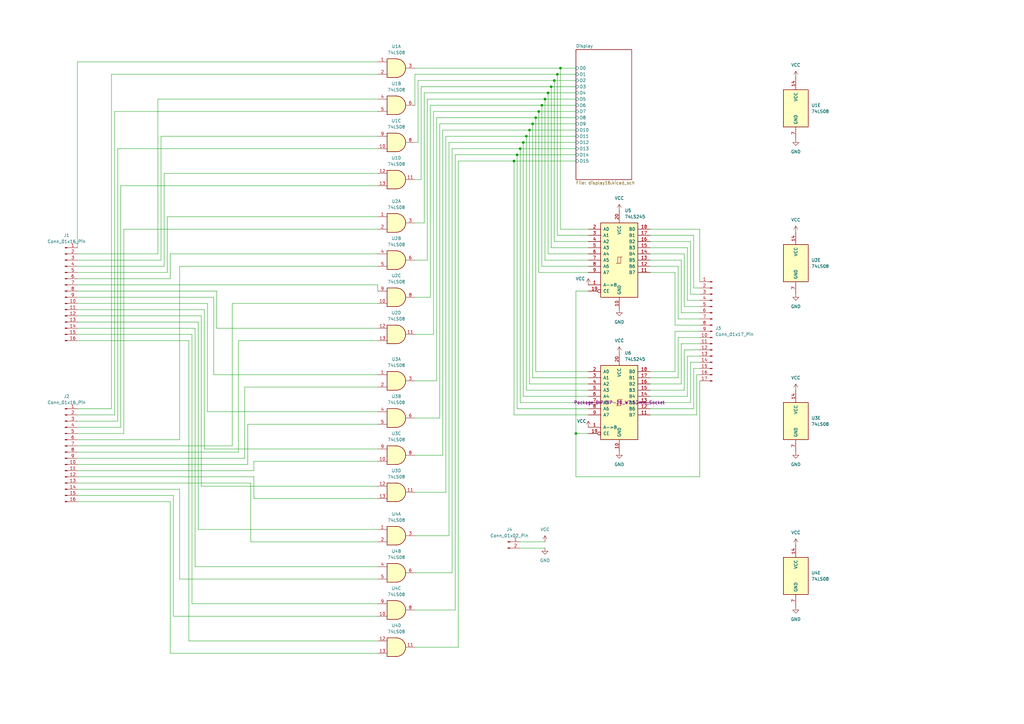
<source format=kicad_sch>
(kicad_sch (version 20231120) (generator "eeschema") (generator_version "8.0")
  (paper "A3")
  (lib_symbols
    (symbol "74xx:74LS08" (pin_names (offset 1.016))
      (property "Reference" "U" (at 0 1.27 0))
      (property "Value" "74LS08" (at 0 -1.27 0))
      (symbol "74LS08_1_1"
        (arc (start 0 -3.81) (mid 3.7934 0) (end 0 3.81) (stroke (width 0.254)) (fill (type background)))
        (polyline (pts (xy 0 3.81) (xy -3.81 3.81) (xy -3.81 -3.81) (xy 0 -3.81)) (stroke (width 0.254)) (fill (type background)))
        (pin input line (at -7.62 2.54 0) (length 3.81) (name "~") (number "1"))
        (pin input line (at -7.62 -2.54 0) (length 3.81) (name "~") (number "2"))
        (pin output line (at 7.62 0 180) (length 3.81) (name "~") (number "3"))
      )
      (symbol "74LS08_1_2"
        (arc (start -3.81 -3.81) (mid -2.589 0) (end -3.81 3.81) (stroke (width 0.254)))
        (arc (start -0.6096 -3.81) (mid 2.1842 -2.5851) (end 3.81 0) (stroke (width 0.254)) (fill (type background)))
        (polyline (pts (xy -3.81 -3.81) (xy -0.635 -3.81)) (stroke (width 0.254)) (fill (type background)))
        (polyline (pts (xy -3.81 3.81) (xy -0.635 3.81)) (stroke (width 0.254)) (fill (type background)))
        (polyline (pts (xy -0.635 3.81) (xy -3.81 3.81) (xy -3.81 3.81) (xy -3.556 3.4036) (xy -3.0226 2.2606) (xy -2.6924 1.0414) (xy -2.6162 -0.254) (xy -2.7686 -1.4986) (xy -3.175 -2.7178) (xy -3.81 -3.81) (xy -3.81 -3.81) (xy -0.635 -3.81)) (stroke (width -25.4)) (fill (type background)))
        (arc (start 3.81 0) (mid 2.1915 2.5936) (end -0.6096 3.81) (stroke (width 0.254)) (fill (type background)))
        (pin input inverted (at -7.62 2.54 0) (length 4.318) (name "~") (number "1"))
        (pin input inverted (at -7.62 -2.54 0) (length 4.318) (name "~") (number "2"))
        (pin output inverted (at 7.62 0 180) (length 3.81) (name "~") (number "3"))
      )
      (symbol "74LS08_2_1"
        (arc (start 0 -3.81) (mid 3.7934 0) (end 0 3.81) (stroke (width 0.254)) (fill (type background)))
        (polyline (pts (xy 0 3.81) (xy -3.81 3.81) (xy -3.81 -3.81) (xy 0 -3.81)) (stroke (width 0.254)) (fill (type background)))
        (pin input line (at -7.62 2.54 0) (length 3.81) (name "~") (number "4"))
        (pin input line (at -7.62 -2.54 0) (length 3.81) (name "~") (number "5"))
        (pin output line (at 7.62 0 180) (length 3.81) (name "~") (number "6"))
      )
      (symbol "74LS08_2_2"
        (arc (start -3.81 -3.81) (mid -2.589 0) (end -3.81 3.81) (stroke (width 0.254)))
        (arc (start -0.6096 -3.81) (mid 2.1842 -2.5851) (end 3.81 0) (stroke (width 0.254)) (fill (type background)))
        (polyline (pts (xy -3.81 -3.81) (xy -0.635 -3.81)) (stroke (width 0.254)) (fill (type background)))
        (polyline (pts (xy -3.81 3.81) (xy -0.635 3.81)) (stroke (width 0.254)) (fill (type background)))
        (polyline (pts (xy -0.635 3.81) (xy -3.81 3.81) (xy -3.81 3.81) (xy -3.556 3.4036) (xy -3.0226 2.2606) (xy -2.6924 1.0414) (xy -2.6162 -0.254) (xy -2.7686 -1.4986) (xy -3.175 -2.7178) (xy -3.81 -3.81) (xy -3.81 -3.81) (xy -0.635 -3.81)) (stroke (width -25.4)) (fill (type background)))
        (arc (start 3.81 0) (mid 2.1915 2.5936) (end -0.6096 3.81) (stroke (width 0.254)) (fill (type background)))
        (pin input inverted (at -7.62 2.54 0) (length 4.318) (name "~") (number "4"))
        (pin input inverted (at -7.62 -2.54 0) (length 4.318) (name "~") (number "5"))
        (pin output inverted (at 7.62 0 180) (length 3.81) (name "~") (number "6"))
      )
      (symbol "74LS08_3_1"
        (arc (start 0 -3.81) (mid 3.7934 0) (end 0 3.81) (stroke (width 0.254)) (fill (type background)))
        (polyline (pts (xy 0 3.81) (xy -3.81 3.81) (xy -3.81 -3.81) (xy 0 -3.81)) (stroke (width 0.254)) (fill (type background)))
        (pin input line (at -7.62 -2.54 0) (length 3.81) (name "~") (number "10"))
        (pin output line (at 7.62 0 180) (length 3.81) (name "~") (number "8"))
        (pin input line (at -7.62 2.54 0) (length 3.81) (name "~") (number "9"))
      )
      (symbol "74LS08_3_2"
        (arc (start -3.81 -3.81) (mid -2.589 0) (end -3.81 3.81) (stroke (width 0.254)))
        (arc (start -0.6096 -3.81) (mid 2.1842 -2.5851) (end 3.81 0) (stroke (width 0.254)) (fill (type background)))
        (polyline (pts (xy -3.81 -3.81) (xy -0.635 -3.81)) (stroke (width 0.254)) (fill (type background)))
        (polyline (pts (xy -3.81 3.81) (xy -0.635 3.81)) (stroke (width 0.254)) (fill (type background)))
        (polyline (pts (xy -0.635 3.81) (xy -3.81 3.81) (xy -3.81 3.81) (xy -3.556 3.4036) (xy -3.0226 2.2606) (xy -2.6924 1.0414) (xy -2.6162 -0.254) (xy -2.7686 -1.4986) (xy -3.175 -2.7178) (xy -3.81 -3.81) (xy -3.81 -3.81) (xy -0.635 -3.81)) (stroke (width -25.4)) (fill (type background)))
        (arc (start 3.81 0) (mid 2.1915 2.5936) (end -0.6096 3.81) (stroke (width 0.254)) (fill (type background)))
        (pin input inverted (at -7.62 -2.54 0) (length 4.318) (name "~") (number "10"))
        (pin output inverted (at 7.62 0 180) (length 3.81) (name "~") (number "8"))
        (pin input inverted (at -7.62 2.54 0) (length 4.318) (name "~") (number "9"))
      )
      (symbol "74LS08_4_1"
        (arc (start 0 -3.81) (mid 3.7934 0) (end 0 3.81) (stroke (width 0.254)) (fill (type background)))
        (polyline (pts (xy 0 3.81) (xy -3.81 3.81) (xy -3.81 -3.81) (xy 0 -3.81)) (stroke (width 0.254)) (fill (type background)))
        (pin output line (at 7.62 0 180) (length 3.81) (name "~") (number "11"))
        (pin input line (at -7.62 2.54 0) (length 3.81) (name "~") (number "12"))
        (pin input line (at -7.62 -2.54 0) (length 3.81) (name "~") (number "13"))
      )
      (symbol "74LS08_4_2"
        (arc (start -3.81 -3.81) (mid -2.589 0) (end -3.81 3.81) (stroke (width 0.254)))
        (arc (start -0.6096 -3.81) (mid 2.1842 -2.5851) (end 3.81 0) (stroke (width 0.254)) (fill (type background)))
        (polyline (pts (xy -3.81 -3.81) (xy -0.635 -3.81)) (stroke (width 0.254)) (fill (type background)))
        (polyline (pts (xy -3.81 3.81) (xy -0.635 3.81)) (stroke (width 0.254)) (fill (type background)))
        (polyline (pts (xy -0.635 3.81) (xy -3.81 3.81) (xy -3.81 3.81) (xy -3.556 3.4036) (xy -3.0226 2.2606) (xy -2.6924 1.0414) (xy -2.6162 -0.254) (xy -2.7686 -1.4986) (xy -3.175 -2.7178) (xy -3.81 -3.81) (xy -3.81 -3.81) (xy -0.635 -3.81)) (stroke (width -25.4)) (fill (type background)))
        (arc (start 3.81 0) (mid 2.1915 2.5936) (end -0.6096 3.81) (stroke (width 0.254)) (fill (type background)))
        (pin output inverted (at 7.62 0 180) (length 3.81) (name "~") (number "11"))
        (pin input inverted (at -7.62 2.54 0) (length 4.318) (name "~") (number "12"))
        (pin input inverted (at -7.62 -2.54 0) (length 4.318) (name "~") (number "13"))
      )
      (symbol "74LS08_5_0"
        (pin power_in line (at 0 12.7 270) (length 5.08) (name "VCC") (number "14"))
        (pin power_in line (at 0 -12.7 90) (length 5.08) (name "GND") (number "7"))
      )
      (symbol "74LS08_5_1"
        (rectangle (start -5.08 7.62) (end 5.08 -7.62) (stroke (width 0.254)) (fill (type background)))
      )
    )
    (symbol "74xx:74LS245" (pin_names (offset 1.016))
      (property "Reference" "U" (at -7.62 16.51 0))
      (property "Value" "74LS245" (at -7.62 -16.51 0))
      (symbol "74LS245_1_0"
        (polyline (pts (xy -0.635 -1.27) (xy -0.635 1.27) (xy 0.635 1.27)))
        (polyline (pts (xy -1.27 -1.27) (xy 0.635 -1.27) (xy 0.635 1.27) (xy 1.27 1.27)))
        (pin input line (at -12.7 -10.16 0) (length 5.08) (name "A->B") (number "1"))
        (pin power_in line (at 0 -20.32 90) (length 5.08) (name "GND") (number "10"))
        (pin tri_state line (at 12.7 -5.08 180) (length 5.08) (name "B7") (number "11"))
        (pin tri_state line (at 12.7 -2.54 180) (length 5.08) (name "B6") (number "12"))
        (pin tri_state line (at 12.7 0 180) (length 5.08) (name "B5") (number "13"))
        (pin tri_state line (at 12.7 2.54 180) (length 5.08) (name "B4") (number "14"))
        (pin tri_state line (at 12.7 5.08 180) (length 5.08) (name "B3") (number "15"))
        (pin tri_state line (at 12.7 7.62 180) (length 5.08) (name "B2") (number "16"))
        (pin tri_state line (at 12.7 10.16 180) (length 5.08) (name "B1") (number "17"))
        (pin tri_state line (at 12.7 12.7 180) (length 5.08) (name "B0") (number "18"))
        (pin input inverted (at -12.7 -12.7 0) (length 5.08) (name "CE") (number "19"))
        (pin tri_state line (at -12.7 12.7 0) (length 5.08) (name "A0") (number "2"))
        (pin power_in line (at 0 20.32 270) (length 5.08) (name "VCC") (number "20"))
        (pin tri_state line (at -12.7 10.16 0) (length 5.08) (name "A1") (number "3"))
        (pin tri_state line (at -12.7 7.62 0) (length 5.08) (name "A2") (number "4"))
        (pin tri_state line (at -12.7 5.08 0) (length 5.08) (name "A3") (number "5"))
        (pin tri_state line (at -12.7 2.54 0) (length 5.08) (name "A4") (number "6"))
        (pin tri_state line (at -12.7 0 0) (length 5.08) (name "A5") (number "7"))
        (pin tri_state line (at -12.7 -2.54 0) (length 5.08) (name "A6") (number "8"))
        (pin tri_state line (at -12.7 -5.08 0) (length 5.08) (name "A7") (number "9"))
      )
      (symbol "74LS245_1_1"
        (rectangle (start -7.62 15.24) (end 7.62 -15.24) (stroke (width 0.254)) (fill (type background)))
      )
    )
    (symbol "Connector:Conn_01x02_Pin" (pin_names (offset 1.016) hide)
      (property "Reference" "J" (at 0 2.54 0))
      (property "Value" "Conn_01x02_Pin" (at 0 -5.08 0))
      (symbol "Conn_01x02_Pin_1_1"
        (polyline (pts (xy 1.27 -2.54) (xy 0.8636 -2.54)) (stroke (width 0.1524)))
        (polyline (pts (xy 1.27 0) (xy 0.8636 0)) (stroke (width 0.1524)))
        (rectangle (start 0.8636 -2.413) (end 0 -2.667) (stroke (width 0.1524)) (fill (type outline)))
        (rectangle (start 0.8636 0.127) (end 0 -0.127) (stroke (width 0.1524)) (fill (type outline)))
        (pin passive line (at 5.08 0 180) (length 3.81) (name "Pin_1") (number "1"))
        (pin passive line (at 5.08 -2.54 180) (length 3.81) (name "Pin_2") (number "2"))
      )
    )
    (symbol "Connector:Conn_01x16_Pin" (pin_names (offset 1.016) hide)
      (property "Reference" "J" (at 0 20.32 0))
      (property "Value" "Conn_01x16_Pin" (at 0 -22.86 0))
      (symbol "Conn_01x16_Pin_1_1"
        (polyline (pts (xy 1.27 -20.32) (xy 0.8636 -20.32)) (stroke (width 0.1524)))
        (polyline (pts (xy 1.27 -17.78) (xy 0.8636 -17.78)) (stroke (width 0.1524)))
        (polyline (pts (xy 1.27 -15.24) (xy 0.8636 -15.24)) (stroke (width 0.1524)))
        (polyline (pts (xy 1.27 -12.7) (xy 0.8636 -12.7)) (stroke (width 0.1524)))
        (polyline (pts (xy 1.27 -10.16) (xy 0.8636 -10.16)) (stroke (width 0.1524)))
        (polyline (pts (xy 1.27 -7.62) (xy 0.8636 -7.62)) (stroke (width 0.1524)))
        (polyline (pts (xy 1.27 -5.08) (xy 0.8636 -5.08)) (stroke (width 0.1524)))
        (polyline (pts (xy 1.27 -2.54) (xy 0.8636 -2.54)) (stroke (width 0.1524)))
        (polyline (pts (xy 1.27 0) (xy 0.8636 0)) (stroke (width 0.1524)))
        (polyline (pts (xy 1.27 2.54) (xy 0.8636 2.54)) (stroke (width 0.1524)))
        (polyline (pts (xy 1.27 5.08) (xy 0.8636 5.08)) (stroke (width 0.1524)))
        (polyline (pts (xy 1.27 7.62) (xy 0.8636 7.62)) (stroke (width 0.1524)))
        (polyline (pts (xy 1.27 10.16) (xy 0.8636 10.16)) (stroke (width 0.1524)))
        (polyline (pts (xy 1.27 12.7) (xy 0.8636 12.7)) (stroke (width 0.1524)))
        (polyline (pts (xy 1.27 15.24) (xy 0.8636 15.24)) (stroke (width 0.1524)))
        (polyline (pts (xy 1.27 17.78) (xy 0.8636 17.78)) (stroke (width 0.1524)))
        (rectangle (start 0.8636 -20.193) (end 0 -20.447) (stroke (width 0.1524)) (fill (type outline)))
        (rectangle (start 0.8636 -17.653) (end 0 -17.907) (stroke (width 0.1524)) (fill (type outline)))
        (rectangle (start 0.8636 -15.113) (end 0 -15.367) (stroke (width 0.1524)) (fill (type outline)))
        (rectangle (start 0.8636 -12.573) (end 0 -12.827) (stroke (width 0.1524)) (fill (type outline)))
        (rectangle (start 0.8636 -10.033) (end 0 -10.287) (stroke (width 0.1524)) (fill (type outline)))
        (rectangle (start 0.8636 -7.493) (end 0 -7.747) (stroke (width 0.1524)) (fill (type outline)))
        (rectangle (start 0.8636 -4.953) (end 0 -5.207) (stroke (width 0.1524)) (fill (type outline)))
        (rectangle (start 0.8636 -2.413) (end 0 -2.667) (stroke (width 0.1524)) (fill (type outline)))
        (rectangle (start 0.8636 0.127) (end 0 -0.127) (stroke (width 0.1524)) (fill (type outline)))
        (rectangle (start 0.8636 2.667) (end 0 2.413) (stroke (width 0.1524)) (fill (type outline)))
        (rectangle (start 0.8636 5.207) (end 0 4.953) (stroke (width 0.1524)) (fill (type outline)))
        (rectangle (start 0.8636 7.747) (end 0 7.493) (stroke (width 0.1524)) (fill (type outline)))
        (rectangle (start 0.8636 10.287) (end 0 10.033) (stroke (width 0.1524)) (fill (type outline)))
        (rectangle (start 0.8636 12.827) (end 0 12.573) (stroke (width 0.1524)) (fill (type outline)))
        (rectangle (start 0.8636 15.367) (end 0 15.113) (stroke (width 0.1524)) (fill (type outline)))
        (rectangle (start 0.8636 17.907) (end 0 17.653) (stroke (width 0.1524)) (fill (type outline)))
        (pin passive line (at 5.08 17.78 180) (length 3.81) (name "Pin_1") (number "1"))
        (pin passive line (at 5.08 -5.08 180) (length 3.81) (name "Pin_10") (number "10"))
        (pin passive line (at 5.08 -7.62 180) (length 3.81) (name "Pin_11") (number "11"))
        (pin passive line (at 5.08 -10.16 180) (length 3.81) (name "Pin_12") (number "12"))
        (pin passive line (at 5.08 -12.7 180) (length 3.81) (name "Pin_13") (number "13"))
        (pin passive line (at 5.08 -15.24 180) (length 3.81) (name "Pin_14") (number "14"))
        (pin passive line (at 5.08 -17.78 180) (length 3.81) (name "Pin_15") (number "15"))
        (pin passive line (at 5.08 -20.32 180) (length 3.81) (name "Pin_16") (number "16"))
        (pin passive line (at 5.08 15.24 180) (length 3.81) (name "Pin_2") (number "2"))
        (pin passive line (at 5.08 12.7 180) (length 3.81) (name "Pin_3") (number "3"))
        (pin passive line (at 5.08 10.16 180) (length 3.81) (name "Pin_4") (number "4"))
        (pin passive line (at 5.08 7.62 180) (length 3.81) (name "Pin_5") (number "5"))
        (pin passive line (at 5.08 5.08 180) (length 3.81) (name "Pin_6") (number "6"))
        (pin passive line (at 5.08 2.54 180) (length 3.81) (name "Pin_7") (number "7"))
        (pin passive line (at 5.08 0 180) (length 3.81) (name "Pin_8") (number "8"))
        (pin passive line (at 5.08 -2.54 180) (length 3.81) (name "Pin_9") (number "9"))
      )
    )
    (symbol "Connector:Conn_01x17_Pin" (pin_names (offset 1.016) hide)
      (property "Reference" "J" (at 0 22.86 0))
      (property "Value" "Conn_01x17_Pin" (at 0 -22.86 0))
      (symbol "Conn_01x17_Pin_1_1"
        (polyline (pts (xy 1.27 -20.32) (xy 0.8636 -20.32)) (stroke (width 0.1524)))
        (polyline (pts (xy 1.27 -17.78) (xy 0.8636 -17.78)) (stroke (width 0.1524)))
        (polyline (pts (xy 1.27 -15.24) (xy 0.8636 -15.24)) (stroke (width 0.1524)))
        (polyline (pts (xy 1.27 -12.7) (xy 0.8636 -12.7)) (stroke (width 0.1524)))
        (polyline (pts (xy 1.27 -10.16) (xy 0.8636 -10.16)) (stroke (width 0.1524)))
        (polyline (pts (xy 1.27 -7.62) (xy 0.8636 -7.62)) (stroke (width 0.1524)))
        (polyline (pts (xy 1.27 -5.08) (xy 0.8636 -5.08)) (stroke (width 0.1524)))
        (polyline (pts (xy 1.27 -2.54) (xy 0.8636 -2.54)) (stroke (width 0.1524)))
        (polyline (pts (xy 1.27 0) (xy 0.8636 0)) (stroke (width 0.1524)))
        (polyline (pts (xy 1.27 2.54) (xy 0.8636 2.54)) (stroke (width 0.1524)))
        (polyline (pts (xy 1.27 5.08) (xy 0.8636 5.08)) (stroke (width 0.1524)))
        (polyline (pts (xy 1.27 7.62) (xy 0.8636 7.62)) (stroke (width 0.1524)))
        (polyline (pts (xy 1.27 10.16) (xy 0.8636 10.16)) (stroke (width 0.1524)))
        (polyline (pts (xy 1.27 12.7) (xy 0.8636 12.7)) (stroke (width 0.1524)))
        (polyline (pts (xy 1.27 15.24) (xy 0.8636 15.24)) (stroke (width 0.1524)))
        (polyline (pts (xy 1.27 17.78) (xy 0.8636 17.78)) (stroke (width 0.1524)))
        (polyline (pts (xy 1.27 20.32) (xy 0.8636 20.32)) (stroke (width 0.1524)))
        (rectangle (start 0.8636 -20.193) (end 0 -20.447) (stroke (width 0.1524)) (fill (type outline)))
        (rectangle (start 0.8636 -17.653) (end 0 -17.907) (stroke (width 0.1524)) (fill (type outline)))
        (rectangle (start 0.8636 -15.113) (end 0 -15.367) (stroke (width 0.1524)) (fill (type outline)))
        (rectangle (start 0.8636 -12.573) (end 0 -12.827) (stroke (width 0.1524)) (fill (type outline)))
        (rectangle (start 0.8636 -10.033) (end 0 -10.287) (stroke (width 0.1524)) (fill (type outline)))
        (rectangle (start 0.8636 -7.493) (end 0 -7.747) (stroke (width 0.1524)) (fill (type outline)))
        (rectangle (start 0.8636 -4.953) (end 0 -5.207) (stroke (width 0.1524)) (fill (type outline)))
        (rectangle (start 0.8636 -2.413) (end 0 -2.667) (stroke (width 0.1524)) (fill (type outline)))
        (rectangle (start 0.8636 0.127) (end 0 -0.127) (stroke (width 0.1524)) (fill (type outline)))
        (rectangle (start 0.8636 2.667) (end 0 2.413) (stroke (width 0.1524)) (fill (type outline)))
        (rectangle (start 0.8636 5.207) (end 0 4.953) (stroke (width 0.1524)) (fill (type outline)))
        (rectangle (start 0.8636 7.747) (end 0 7.493) (stroke (width 0.1524)) (fill (type outline)))
        (rectangle (start 0.8636 10.287) (end 0 10.033) (stroke (width 0.1524)) (fill (type outline)))
        (rectangle (start 0.8636 12.827) (end 0 12.573) (stroke (width 0.1524)) (fill (type outline)))
        (rectangle (start 0.8636 15.367) (end 0 15.113) (stroke (width 0.1524)) (fill (type outline)))
        (rectangle (start 0.8636 17.907) (end 0 17.653) (stroke (width 0.1524)) (fill (type outline)))
        (rectangle (start 0.8636 20.447) (end 0 20.193) (stroke (width 0.1524)) (fill (type outline)))
        (pin passive line (at 5.08 20.32 180) (length 3.81) (name "Pin_1") (number "1"))
        (pin passive line (at 5.08 -2.54 180) (length 3.81) (name "Pin_10") (number "10"))
        (pin passive line (at 5.08 -5.08 180) (length 3.81) (name "Pin_11") (number "11"))
        (pin passive line (at 5.08 -7.62 180) (length 3.81) (name "Pin_12") (number "12"))
        (pin passive line (at 5.08 -10.16 180) (length 3.81) (name "Pin_13") (number "13"))
        (pin passive line (at 5.08 -12.7 180) (length 3.81) (name "Pin_14") (number "14"))
        (pin passive line (at 5.08 -15.24 180) (length 3.81) (name "Pin_15") (number "15"))
        (pin passive line (at 5.08 -17.78 180) (length 3.81) (name "Pin_16") (number "16"))
        (pin passive line (at 5.08 -20.32 180) (length 3.81) (name "Pin_17") (number "17"))
        (pin passive line (at 5.08 17.78 180) (length 3.81) (name "Pin_2") (number "2"))
        (pin passive line (at 5.08 15.24 180) (length 3.81) (name "Pin_3") (number "3"))
        (pin passive line (at 5.08 12.7 180) (length 3.81) (name "Pin_4") (number "4"))
        (pin passive line (at 5.08 10.16 180) (length 3.81) (name "Pin_5") (number "5"))
        (pin passive line (at 5.08 7.62 180) (length 3.81) (name "Pin_6") (number "6"))
        (pin passive line (at 5.08 5.08 180) (length 3.81) (name "Pin_7") (number "7"))
        (pin passive line (at 5.08 2.54 180) (length 3.81) (name "Pin_8") (number "8"))
        (pin passive line (at 5.08 0 180) (length 3.81) (name "Pin_9") (number "9"))
      )
    )
    (symbol "power:GND" (power) (pin_numbers hide) (pin_names (offset 0) hide)
      (property "Value" "GND" (at 0 -3.81 0))
      (symbol "GND_0_1"
        (polyline (pts (xy 0 0) (xy 0 -1.27) (xy 1.27 -1.27) (xy 0 -2.54) (xy -1.27 -1.27) (xy 0 -1.27)))
      )
      (symbol "GND_1_1"
        (pin power_in line (at 0 0 270) (length 0) (name "~") (number "1"))
      )
    )
    (symbol "power:VCC" (power) (pin_numbers hide) (pin_names (offset 0) hide)
      (property "Value" "VCC" (at 0 3.556 0))
      (symbol "VCC_0_1"
        (polyline (pts (xy -0.762 1.27) (xy 0 2.54)))
        (polyline (pts (xy 0 0) (xy 0 2.54)))
        (polyline (pts (xy 0 2.54) (xy 0.762 1.27)))
      )
      (symbol "VCC_1_1"
        (pin power_in line (at 0 0 90) (length 0) (name "~") (number "1"))
      )
    )
  )
  (junction (at 217.17 53.34))
  (junction (at 219.71 48.26))
  (junction (at 229.87 27.94))
  (junction (at 226.06 35.56))
  (junction (at 227.33 33.02))
  (junction (at 212.09 63.5))
  (junction (at 214.63 58.42))
  (junction (at 220.98 45.72))
  (junction (at 218.44 50.8))
  (junction (at 224.79 38.1))
  (junction (at 228.6 30.48))
  (junction (at 215.9 55.88))
  (junction (at 223.52 40.64))
  (junction (at 222.25 43.18))
  (junction (at 210.82 66.04))
  (junction (at 213.36 60.96))
  (junction (at 236.22 177.8))
  (wire (pts (xy 276.86 152.4) (xy 276.86 135.89)))
  (wire (pts (xy 31.75 104.14) (xy 64.77 104.14)))
  (wire (pts (xy 186.69 63.5) (xy 212.09 63.5)))
  (wire (pts (xy 281.94 146.05) (xy 287.02 146.05)))
  (wire (pts (xy 175.26 106.68) (xy 170.18 106.68)))
  (wire (pts (xy 176.53 121.92) (xy 176.53 43.18)))
  (wire (pts (xy 212.09 167.64) (xy 212.09 63.5)))
  (wire (pts (xy 81.28 132.08) (xy 81.28 217.17)))
  (wire (pts (xy 278.13 138.43) (xy 278.13 154.94)))
  (wire (pts (xy 215.9 160.02) (xy 215.9 55.88)))
  (wire (pts (xy 68.58 88.9) (xy 154.94 88.9)))
  (wire (pts (xy 222.25 43.18) (xy 236.22 43.18)))
  (wire (pts (xy 187.96 66.04) (xy 187.96 265.43)))
  (wire (pts (xy 154.94 199.39) (xy 82.55 199.39)))
  (wire (pts (xy 66.04 106.68) (xy 31.75 106.68)))
  (wire (pts (xy 284.48 151.13) (xy 287.02 151.13)))
  (wire (pts (xy 31.75 25.4) (xy 31.75 101.6)))
  (wire (pts (xy 185.42 60.96) (xy 185.42 234.95)))
  (wire (pts (xy 87.63 153.67) (xy 154.94 153.67)))
  (wire (pts (xy 184.15 58.42) (xy 214.63 58.42)))
  (wire (pts (xy 172.72 35.56) (xy 226.06 35.56)))
  (wire (pts (xy 154.94 45.72) (xy 46.99 45.72)))
  (wire (pts (xy 173.99 38.1) (xy 224.79 38.1)))
  (wire (pts (xy 236.22 30.48) (xy 228.6 30.48)))
  (wire (pts (xy 31.75 200.66) (xy 73.66 200.66)))
  (wire (pts (xy 227.33 99.06) (xy 227.33 33.02)))
  (wire (pts (xy 212.09 63.5) (xy 236.22 63.5)))
  (wire (pts (xy 101.6 190.5) (xy 31.75 190.5)))
  (wire (pts (xy 173.99 91.44) (xy 173.99 38.1)))
  (wire (pts (xy 186.69 250.19) (xy 186.69 63.5)))
  (wire (pts (xy 220.98 111.76) (xy 220.98 45.72)))
  (wire (pts (xy 236.22 195.58) (xy 236.22 177.8)))
  (wire (pts (xy 87.63 121.92) (xy 87.63 153.67)))
  (wire (pts (xy 287.02 125.73) (xy 280.67 125.73)))
  (wire (pts (xy 31.75 175.26) (xy 49.53 175.26)))
  (wire (pts (xy 102.87 222.25) (xy 102.87 198.12)))
  (wire (pts (xy 104.14 189.23) (xy 154.94 189.23)))
  (wire (pts (xy 284.48 118.11) (xy 287.02 118.11)))
  (wire (pts (xy 241.3 165.1) (xy 213.36 165.1)))
  (wire (pts (xy 241.3 160.02) (xy 215.9 160.02)))
  (wire (pts (xy 77.47 262.89) (xy 77.47 139.7)))
  (wire (pts (xy 154.94 104.14) (xy 69.85 104.14)))
  (wire (pts (xy 83.82 127) (xy 83.82 184.15)))
  (wire (pts (xy 241.3 104.14) (xy 224.79 104.14)))
  (wire (pts (xy 31.75 137.16) (xy 78.74 137.16)))
  (wire (pts (xy 280.67 104.14) (xy 266.7 104.14)))
  (wire (pts (xy 82.55 199.39) (xy 82.55 129.54)))
  (wire (pts (xy 31.75 127) (xy 83.82 127)))
  (wire (pts (xy 46.99 170.18) (xy 31.75 170.18)))
  (wire (pts (xy 224.79 38.1) (xy 236.22 38.1)))
  (wire (pts (xy 236.22 66.04) (xy 210.82 66.04)))
  (wire (pts (xy 31.75 167.64) (xy 45.72 167.64)))
  (wire (pts (xy 154.94 173.99) (xy 101.6 173.99)))
  (wire (pts (xy 241.3 93.98) (xy 229.87 93.98)))
  (wire (pts (xy 180.34 171.45) (xy 170.18 171.45)))
  (wire (pts (xy 279.4 106.68) (xy 279.4 128.27)))
  (wire (pts (xy 80.01 232.41) (xy 80.01 134.62)))
  (wire (pts (xy 73.66 237.49) (xy 154.94 237.49)))
  (wire (pts (xy 184.15 219.71) (xy 184.15 58.42)))
  (wire (pts (xy 278.13 130.81) (xy 287.02 130.81)))
  (wire (pts (xy 180.34 50.8) (xy 218.44 50.8)))
  (wire (pts (xy 180.34 50.8) (xy 180.34 171.45)))
  (wire (pts (xy 46.99 45.72) (xy 46.99 170.18)))
  (wire (pts (xy 181.61 53.34) (xy 217.17 53.34)))
  (wire (pts (xy 283.21 99.06) (xy 266.7 99.06)))
  (wire (pts (xy 182.88 55.88) (xy 182.88 201.93)))
  (wire (pts (xy 31.75 121.92) (xy 87.63 121.92)))
  (wire (pts (xy 266.7 101.6) (xy 281.94 101.6)))
  (wire (pts (xy 177.8 137.16) (xy 170.18 137.16)))
  (wire (pts (xy 69.85 104.14) (xy 69.85 114.3)))
  (wire (pts (xy 241.3 111.76) (xy 220.98 111.76)))
  (wire (pts (xy 266.7 109.22) (xy 278.13 109.22)))
  (wire (pts (xy 241.3 154.94) (xy 218.44 154.94)))
  (wire (pts (xy 31.75 116.84) (xy 154.94 116.84)))
  (wire (pts (xy 69.85 114.3) (xy 31.75 114.3)))
  (wire (pts (xy 213.36 60.96) (xy 185.42 60.96)))
  (wire (pts (xy 182.88 55.88) (xy 215.9 55.88)))
  (wire (pts (xy 179.07 156.21) (xy 179.07 48.26)))
  (wire (pts (xy 217.17 53.34) (xy 236.22 53.34)))
  (wire (pts (xy 64.77 40.64) (xy 154.94 40.64)))
  (wire (pts (xy 172.72 73.66) (xy 170.18 73.66)))
  (wire (pts (xy 222.25 43.18) (xy 222.25 109.22)))
  (wire (pts (xy 170.18 156.21) (xy 179.07 156.21)))
  (wire (pts (xy 287.02 138.43) (xy 278.13 138.43)))
  (wire (pts (xy 154.94 168.91) (xy 85.09 168.91)))
  (wire (pts (xy 154.94 262.89) (xy 77.47 262.89)))
  (wire (pts (xy 69.85 267.97) (xy 69.85 205.74)))
  (wire (pts (xy 48.26 60.96) (xy 154.94 60.96)))
  (wire (pts (xy 88.9 119.38) (xy 31.75 119.38)))
  (wire (pts (xy 241.3 167.64) (xy 212.09 167.64)))
  (wire (pts (xy 284.48 167.64) (xy 284.48 151.13)))
  (wire (pts (xy 85.09 124.46) (xy 31.75 124.46)))
  (wire (pts (xy 31.75 132.08) (xy 81.28 132.08)))
  (wire (pts (xy 95.25 182.88) (xy 95.25 124.46)))
  (wire (pts (xy 283.21 120.65) (xy 283.21 99.06)))
  (wire (pts (xy 64.77 104.14) (xy 64.77 40.64)))
  (wire (pts (xy 69.85 205.74) (xy 31.75 205.74)))
  (wire (pts (xy 287.02 143.51) (xy 280.67 143.51)))
  (wire (pts (xy 179.07 48.26) (xy 219.71 48.26)))
  (wire (pts (xy 241.3 109.22) (xy 222.25 109.22)))
  (wire (pts (xy 104.14 195.58) (xy 104.14 204.47)))
  (wire (pts (xy 284.48 96.52) (xy 284.48 118.11)))
  (wire (pts (xy 266.7 111.76) (xy 276.86 111.76)))
  (wire (pts (xy 241.3 99.06) (xy 227.33 99.06)))
  (wire (pts (xy 73.66 180.34) (xy 73.66 109.22)))
  (wire (pts (xy 213.36 222.25) (xy 223.52 222.25)))
  (wire (pts (xy 214.63 58.42) (xy 236.22 58.42)))
  (wire (pts (xy 49.53 76.2) (xy 154.94 76.2)))
  (wire (pts (xy 31.75 187.96) (xy 100.33 187.96)))
  (wire (pts (xy 241.3 162.56) (xy 214.63 162.56)))
  (wire (pts (xy 67.31 109.22) (xy 67.31 71.12)))
  (wire (pts (xy 276.86 135.89) (xy 287.02 135.89)))
  (wire (pts (xy 281.94 101.6) (xy 281.94 123.19)))
  (wire (pts (xy 154.94 267.97) (xy 69.85 267.97)))
  (wire (pts (xy 31.75 172.72) (xy 48.26 172.72)))
  (wire (pts (xy 266.7 162.56) (xy 281.94 162.56)))
  (wire (pts (xy 31.75 195.58) (xy 104.14 195.58)))
  (wire (pts (xy 171.45 33.02) (xy 227.33 33.02)))
  (wire (pts (xy 78.74 247.65) (xy 154.94 247.65)))
  (wire (pts (xy 101.6 173.99) (xy 101.6 190.5)))
  (wire (pts (xy 31.75 193.04) (xy 104.14 193.04)))
  (wire (pts (xy 154.94 93.98) (xy 50.8 93.98)))
  (wire (pts (xy 210.82 66.04) (xy 187.96 66.04)))
  (wire (pts (xy 187.96 265.43) (xy 170.18 265.43)))
  (wire (pts (xy 219.71 152.4) (xy 219.71 48.26)))
  (wire (pts (xy 170.18 121.92) (xy 176.53 121.92)))
  (wire (pts (xy 170.18 91.44) (xy 173.99 91.44)))
  (wire (pts (xy 154.94 222.25) (xy 102.87 222.25)))
  (wire (pts (xy 172.72 35.56) (xy 172.72 73.66)))
  (wire (pts (xy 279.4 128.27) (xy 287.02 128.27)))
  (wire (pts (xy 97.79 139.7) (xy 154.94 139.7)))
  (wire (pts (xy 170.18 27.94) (xy 229.87 27.94)))
  (wire (pts (xy 170.18 58.42) (xy 171.45 58.42)))
  (wire (pts (xy 45.72 30.48) (xy 154.94 30.48)))
  (wire (pts (xy 100.33 187.96) (xy 100.33 158.75)))
  (wire (pts (xy 78.74 137.16) (xy 78.74 247.65)))
  (wire (pts (xy 223.52 106.68) (xy 223.52 40.64)))
  (wire (pts (xy 266.7 96.52) (xy 284.48 96.52)))
  (wire (pts (xy 236.22 119.38) (xy 241.3 119.38)))
  (wire (pts (xy 31.75 109.22) (xy 67.31 109.22)))
  (wire (pts (xy 95.25 124.46) (xy 154.94 124.46)))
  (wire (pts (xy 285.75 170.18) (xy 266.7 170.18)))
  (wire (pts (xy 229.87 27.94) (xy 236.22 27.94)))
  (wire (pts (xy 31.75 180.34) (xy 73.66 180.34)))
  (wire (pts (xy 266.7 167.64) (xy 284.48 167.64)))
  (wire (pts (xy 181.61 186.69) (xy 181.61 53.34)))
  (wire (pts (xy 279.4 140.97) (xy 287.02 140.97)))
  (wire (pts (xy 276.86 111.76) (xy 276.86 133.35)))
  (wire (pts (xy 80.01 134.62) (xy 31.75 134.62)))
  (wire (pts (xy 241.3 101.6) (xy 226.06 101.6)))
  (wire (pts (xy 241.3 96.52) (xy 228.6 96.52)))
  (wire (pts (xy 45.72 167.64) (xy 45.72 30.48)))
  (wire (pts (xy 170.18 30.48) (xy 170.18 43.18)))
  (wire (pts (xy 226.06 101.6) (xy 226.06 35.56)))
  (wire (pts (xy 182.88 201.93) (xy 170.18 201.93)))
  (wire (pts (xy 170.18 186.69) (xy 181.61 186.69)))
  (wire (pts (xy 287.02 93.98) (xy 266.7 93.98)))
  (wire (pts (xy 266.7 152.4) (xy 276.86 152.4)))
  (wire (pts (xy 104.14 193.04) (xy 104.14 189.23)))
  (wire (pts (xy 50.8 93.98) (xy 50.8 177.8)))
  (wire (pts (xy 154.94 134.62) (xy 88.9 134.62)))
  (wire (pts (xy 223.52 40.64) (xy 175.26 40.64)))
  (wire (pts (xy 214.63 162.56) (xy 214.63 58.42)))
  (wire (pts (xy 218.44 50.8) (xy 236.22 50.8)))
  (wire (pts (xy 226.06 35.56) (xy 236.22 35.56)))
  (wire (pts (xy 31.75 25.4) (xy 154.94 25.4)))
  (wire (pts (xy 287.02 153.67) (xy 285.75 153.67)))
  (wire (pts (xy 177.8 45.72) (xy 220.98 45.72)))
  (wire (pts (xy 213.36 165.1) (xy 213.36 60.96)))
  (wire (pts (xy 229.87 93.98) (xy 229.87 27.94)))
  (wire (pts (xy 228.6 30.48) (xy 170.18 30.48)))
  (wire (pts (xy 67.31 71.12) (xy 154.94 71.12)))
  (wire (pts (xy 241.3 170.18) (xy 210.82 170.18)))
  (wire (pts (xy 154.94 232.41) (xy 80.01 232.41)))
  (wire (pts (xy 227.33 33.02) (xy 236.22 33.02)))
  (wire (pts (xy 97.79 185.42) (xy 97.79 139.7)))
  (wire (pts (xy 85.09 168.91) (xy 85.09 124.46)))
  (wire (pts (xy 154.94 116.84) (xy 154.94 119.38)))
  (wire (pts (xy 170.18 234.95) (xy 185.42 234.95)))
  (wire (pts (xy 287.02 115.57) (xy 287.02 93.98)))
  (wire (pts (xy 241.3 152.4) (xy 219.71 152.4)))
  (wire (pts (xy 279.4 157.48) (xy 279.4 140.97)))
  (wire (pts (xy 278.13 154.94) (xy 266.7 154.94)))
  (wire (pts (xy 283.21 165.1) (xy 266.7 165.1)))
  (wire (pts (xy 31.75 182.88) (xy 95.25 182.88)))
  (wire (pts (xy 100.33 158.75) (xy 154.94 158.75)))
  (wire (pts (xy 102.87 198.12) (xy 31.75 198.12)))
  (wire (pts (xy 281.94 162.56) (xy 281.94 146.05)))
  (wire (pts (xy 285.75 153.67) (xy 285.75 170.18)))
  (wire (pts (xy 224.79 104.14) (xy 224.79 38.1)))
  (wire (pts (xy 287.02 148.59) (xy 283.21 148.59)))
  (wire (pts (xy 48.26 172.72) (xy 48.26 60.96)))
  (wire (pts (xy 217.17 157.48) (xy 217.17 53.34)))
  (wire (pts (xy 241.3 177.8) (xy 236.22 177.8)))
  (wire (pts (xy 31.75 111.76) (xy 68.58 111.76)))
  (wire (pts (xy 220.98 45.72) (xy 236.22 45.72)))
  (wire (pts (xy 73.66 109.22) (xy 154.94 109.22)))
  (wire (pts (xy 66.04 55.88) (xy 66.04 106.68)))
  (wire (pts (xy 280.67 143.51) (xy 280.67 160.02)))
  (wire (pts (xy 287.02 156.21) (xy 287.02 195.58)))
  (wire (pts (xy 68.58 111.76) (xy 68.58 88.9)))
  (wire (pts (xy 50.8 177.8) (xy 31.75 177.8)))
  (wire (pts (xy 215.9 55.88) (xy 236.22 55.88)))
  (wire (pts (xy 71.12 252.73) (xy 154.94 252.73)))
  (wire (pts (xy 82.55 129.54) (xy 31.75 129.54)))
  (wire (pts (xy 88.9 134.62) (xy 88.9 119.38)))
  (wire (pts (xy 31.75 203.2) (xy 71.12 203.2)))
  (wire (pts (xy 104.14 204.47) (xy 154.94 204.47)))
  (wire (pts (xy 83.82 184.15) (xy 154.94 184.15)))
  (wire (pts (xy 77.47 139.7) (xy 31.75 139.7)))
  (wire (pts (xy 81.28 217.17) (xy 154.94 217.17)))
  (wire (pts (xy 154.94 55.88) (xy 66.04 55.88)))
  (wire (pts (xy 177.8 45.72) (xy 177.8 137.16)))
  (wire (pts (xy 49.53 175.26) (xy 49.53 76.2)))
  (wire (pts (xy 236.22 60.96) (xy 213.36 60.96)))
  (wire (pts (xy 287.02 120.65) (xy 283.21 120.65)))
  (wire (pts (xy 241.3 157.48) (xy 217.17 157.48)))
  (wire (pts (xy 276.86 133.35) (xy 287.02 133.35)))
  (wire (pts (xy 280.67 160.02) (xy 266.7 160.02)))
  (wire (pts (xy 31.75 185.42) (xy 97.79 185.42)))
  (wire (pts (xy 213.36 224.79) (xy 223.52 224.79)))
  (wire (pts (xy 176.53 43.18) (xy 222.25 43.18)))
  (wire (pts (xy 266.7 106.68) (xy 279.4 106.68)))
  (wire (pts (xy 73.66 200.66) (xy 73.66 237.49)))
  (wire (pts (xy 266.7 157.48) (xy 279.4 157.48)))
  (wire (pts (xy 71.12 203.2) (xy 71.12 252.73)))
  (wire (pts (xy 170.18 219.71) (xy 184.15 219.71)))
  (wire (pts (xy 287.02 195.58) (xy 236.22 195.58)))
  (wire (pts (xy 281.94 123.19) (xy 287.02 123.19)))
  (wire (pts (xy 236.22 177.8) (xy 236.22 119.38)))
  (wire (pts (xy 228.6 96.52) (xy 228.6 30.48)))
  (wire (pts (xy 278.13 109.22) (xy 278.13 130.81)))
  (wire (pts (xy 236.22 40.64) (xy 223.52 40.64)))
  (wire (pts (xy 280.67 125.73) (xy 280.67 104.14)))
  (wire (pts (xy 219.71 48.26) (xy 236.22 48.26)))
  (wire (pts (xy 283.21 148.59) (xy 283.21 165.1)))
  (wire (pts (xy 171.45 58.42) (xy 171.45 33.02)))
  (wire (pts (xy 241.3 106.68) (xy 223.52 106.68)))
  (wire (pts (xy 218.44 154.94) (xy 218.44 50.8)))
  (wire (pts (xy 170.18 250.19) (xy 186.69 250.19)))
  (wire (pts (xy 210.82 170.18) (xy 210.82 66.04)))
  (wire (pts (xy 175.26 40.64) (xy 175.26 106.68)))
  (symbol (lib_id "Connector:Conn_01x02_Pin") (at 208.28 222.25 0) (unit 1)
    (property "Reference" "J4" (at 208.915 217.17 0))
    (property "Value" "Conn_01x02_Pin" (at 208.915 219.71 0))
    (property "Footprint" "Connector_PinHeader_2.54mm:PinHeader_1x02_P2.54mm_Vertical" (effects (hide yes)))
    (property "Description" "Generic connector, single row, 01x02, script generated" (effects (hide yes)))
  )
  (symbol (lib_id "74xx:74LS08") (at 162.56 186.69 0) (unit 3)
    (property "Reference" "U3" (at 162.5517 177.8 0))
    (property "Value" "74LS08" (at 162.5517 180.34 0))
    (property "Footprint" "Package_DIP:DIP-14_W7.62mm_Socket" (effects (hide yes)))
    (property "Datasheet" "http://www.ti.com/lit/gpn/sn74LS08" (effects (hide yes)))
    (property "Description" "Quad And2" (effects (hide yes)))
  )
  (symbol (lib_id "power:VCC") (at 326.39 95.25 0) (unit 1)
    (property "Reference" "#PWR09" (effects (hide yes)))
    (property "Value" "VCC" (at 326.39 90.17 0))
    (property "Description" "Power symbol creates a global label with name \"VCC\"" (effects (hide yes)))
  )
  (symbol (lib_id "74xx:74LS08") (at 326.39 236.22 0) (unit 5)
    (property "Reference" "U4" (at 332.74 234.9499 0) (effects (justify left)))
    (property "Value" "74LS08" (at 332.74 237.4899 0) (effects (justify left)))
    (property "Footprint" "Package_DIP:DIP-14_W7.62mm_Socket" (effects (hide yes)))
    (property "Datasheet" "http://www.ti.com/lit/gpn/sn74LS08" (effects (hide yes)))
    (property "Description" "Quad And2" (effects (hide yes)))
  )
  (symbol (lib_id "power:GND") (at 254 185.42 0) (unit 1)
    (property "Reference" "#PWR06" (effects (hide yes)))
    (property "Value" "GND" (at 254 190.5 0))
    (property "Description" "Power symbol creates a global label with name \"GND\" , ground" (effects (hide yes)))
  )
  (symbol (lib_id "power:GND") (at 326.39 57.15 0) (unit 1)
    (property "Reference" "#PWR08" (effects (hide yes)))
    (property "Value" "GND" (at 326.39 62.23 0))
    (property "Description" "Power symbol creates a global label with name \"GND\" , ground" (effects (hide yes)))
  )
  (symbol (lib_id "power:VCC") (at 241.3 116.84 0) (unit 1)
    (property "Reference" "#PWR01" (effects (hide yes)))
    (property "Value" "VCC" (at 237.998 114.3 0))
    (property "Description" "Power symbol creates a global label with name \"VCC\"" (effects (hide yes)))
  )
  (symbol (lib_id "74xx:74LS245") (at 254 165.1 0) (unit 1)
    (property "Reference" "U6" (at 256.1941 144.78 0) (effects (justify left)))
    (property "Value" "74LS245" (at 256.1941 147.32 0) (effects (justify left)))
    (property "Footprint" "Package_DIP:DIP-20_W7.62mm_Socket" (at 254 165.1 0))
    (property "Datasheet" "http://www.ti.com/lit/gpn/sn74LS245" (effects (hide yes)))
    (property "Description" "Octal BUS Transceivers, 3-State outputs" (effects (hide yes)))
  )
  (symbol (lib_id "74xx:74LS245") (at 254 106.68 0) (unit 1)
    (property "Reference" "U5" (at 256.1941 86.36 0) (effects (justify left)))
    (property "Value" "74LS245" (at 256.1941 88.9 0) (effects (justify left)))
    (property "Footprint" "Package_DIP:DIP-20_W7.62mm_Socket" (effects (hide yes)))
    (property "Datasheet" "http://www.ti.com/lit/gpn/sn74LS245" (effects (hide yes)))
    (property "Description" "Octal BUS Transceivers, 3-State outputs" (effects (hide yes)))
  )
  (symbol (lib_id "74xx:74LS08") (at 162.56 171.45 0) (unit 2)
    (property "Reference" "U3" (at 162.5517 162.56 0))
    (property "Value" "74LS08" (at 162.5517 165.1 0))
    (property "Footprint" "Package_DIP:DIP-14_W7.62mm_Socket" (effects (hide yes)))
    (property "Datasheet" "http://www.ti.com/lit/gpn/sn74LS08" (effects (hide yes)))
    (property "Description" "Quad And2" (effects (hide yes)))
  )
  (symbol (lib_id "74xx:74LS08") (at 162.56 234.95 0) (unit 2)
    (property "Reference" "U4" (at 162.5517 226.06 0))
    (property "Value" "74LS08" (at 162.5517 228.6 0))
    (property "Footprint" "Package_DIP:DIP-14_W7.62mm_Socket" (effects (hide yes)))
    (property "Datasheet" "http://www.ti.com/lit/gpn/sn74LS08" (effects (hide yes)))
    (property "Description" "Quad And2" (effects (hide yes)))
  )
  (symbol (lib_id "74xx:74LS08") (at 162.56 156.21 0) (unit 1)
    (property "Reference" "U3" (at 162.5517 147.32 0))
    (property "Value" "74LS08" (at 162.5517 149.86 0))
    (property "Footprint" "Package_DIP:DIP-14_W7.62mm_Socket" (effects (hide yes)))
    (property "Datasheet" "http://www.ti.com/lit/gpn/sn74LS08" (effects (hide yes)))
    (property "Description" "Quad And2" (effects (hide yes)))
  )
  (symbol (lib_id "74xx:74LS08") (at 162.56 121.92 0) (unit 3)
    (property "Reference" "U2" (at 162.5517 113.03 0))
    (property "Value" "74LS08" (at 162.5517 115.57 0))
    (property "Footprint" "Package_DIP:DIP-14_W7.62mm_Socket" (effects (hide yes)))
    (property "Datasheet" "http://www.ti.com/lit/gpn/sn74LS08" (effects (hide yes)))
    (property "Description" "Quad And2" (effects (hide yes)))
  )
  (symbol (lib_id "74xx:74LS08") (at 326.39 44.45 0) (unit 5)
    (property "Reference" "U1" (at 332.74 43.1799 0) (effects (justify left)))
    (property "Value" "74LS08" (at 332.74 45.7199 0) (effects (justify left)))
    (property "Footprint" "Package_DIP:DIP-14_W7.62mm_Socket" (effects (hide yes)))
    (property "Datasheet" "http://www.ti.com/lit/gpn/sn74LS08" (effects (hide yes)))
    (property "Description" "Quad And2" (effects (hide yes)))
  )
  (symbol (lib_id "power:VCC") (at 326.39 160.02 0) (unit 1)
    (property "Reference" "#PWR011" (effects (hide yes)))
    (property "Value" "VCC" (at 326.39 154.94 0))
    (property "Description" "Power symbol creates a global label with name \"VCC\"" (effects (hide yes)))
  )
  (symbol (lib_id "power:GND") (at 326.39 120.65 0) (unit 1)
    (property "Reference" "#PWR010" (effects (hide yes)))
    (property "Value" "GND" (at 326.39 125.73 0))
    (property "Description" "Power symbol creates a global label with name \"GND\" , ground" (effects (hide yes)))
  )
  (symbol (lib_id "power:GND") (at 326.39 248.92 0) (unit 1)
    (property "Reference" "#PWR014" (effects (hide yes)))
    (property "Value" "GND" (at 326.39 254 0))
    (property "Description" "Power symbol creates a global label with name \"GND\" , ground" (effects (hide yes)))
  )
  (symbol (lib_id "74xx:74LS08") (at 162.56 27.94 0) (unit 1)
    (property "Reference" "U1" (at 162.5517 19.05 0))
    (property "Value" "74LS08" (at 162.5517 21.59 0))
    (property "Footprint" "Package_DIP:DIP-14_W7.62mm_Socket" (effects (hide yes)))
    (property "Datasheet" "http://www.ti.com/lit/gpn/sn74LS08" (effects (hide yes)))
    (property "Description" "Quad And2" (effects (hide yes)))
  )
  (symbol (lib_id "74xx:74LS08") (at 162.56 250.19 0) (unit 3)
    (property "Reference" "U4" (at 162.5517 241.3 0))
    (property "Value" "74LS08" (at 162.5517 243.84 0))
    (property "Footprint" "Package_DIP:DIP-14_W7.62mm_Socket" (effects (hide yes)))
    (property "Datasheet" "http://www.ti.com/lit/gpn/sn74LS08" (effects (hide yes)))
    (property "Description" "Quad And2" (effects (hide yes)))
  )
  (symbol (lib_id "power:GND") (at 254 127 0) (unit 1)
    (property "Reference" "#PWR04" (effects (hide yes)))
    (property "Value" "GND" (at 254 132.08 0))
    (property "Description" "Power symbol creates a global label with name \"GND\" , ground" (effects (hide yes)))
  )
  (symbol (lib_id "74xx:74LS08") (at 326.39 107.95 0) (unit 5)
    (property "Reference" "U2" (at 332.74 106.6799 0) (effects (justify left)))
    (property "Value" "74LS08" (at 332.74 109.2199 0) (effects (justify left)))
    (property "Footprint" "Package_DIP:DIP-14_W7.62mm_Socket" (effects (hide yes)))
    (property "Datasheet" "http://www.ti.com/lit/gpn/sn74LS08" (effects (hide yes)))
    (property "Description" "Quad And2" (effects (hide yes)))
  )
  (symbol (lib_id "power:VCC") (at 326.39 223.52 0) (unit 1)
    (property "Reference" "#PWR013" (effects (hide yes)))
    (property "Value" "VCC" (at 326.39 218.44 0))
    (property "Description" "Power symbol creates a global label with name \"VCC\"" (effects (hide yes)))
  )
  (symbol (lib_id "Connector:Conn_01x17_Pin") (at 292.1 135.89 0) (mirror y) (unit 1)
    (property "Reference" "J3" (at 293.37 134.6199 0) (effects (justify right)))
    (property "Value" "Conn_01x17_Pin" (at 293.37 137.1599 0) (effects (justify right)))
    (property "Footprint" "Connector_PinHeader_2.54mm:PinHeader_1x17_P2.54mm_Vertical" (effects (hide yes)))
    (property "Description" "Generic connector, single row, 01x17, script generated" (effects (hide yes)))
  )
  (symbol (lib_id "74xx:74LS08") (at 326.39 172.72 0) (unit 5)
    (property "Reference" "U3" (at 332.74 171.4499 0) (effects (justify left)))
    (property "Value" "74LS08" (at 332.74 173.9899 0) (effects (justify left)))
    (property "Footprint" "Package_DIP:DIP-14_W7.62mm_Socket" (effects (hide yes)))
    (property "Datasheet" "http://www.ti.com/lit/gpn/sn74LS08" (effects (hide yes)))
    (property "Description" "Quad And2" (effects (hide yes)))
  )
  (symbol (lib_id "power:VCC") (at 223.52 222.25 0) (unit 1)
    (property "Reference" "#PWR019" (effects (hide yes)))
    (property "Value" "VCC" (at 223.52 217.17 0))
    (property "Description" "Power symbol creates a global label with name \"VCC\"" (effects (hide yes)))
  )
  (symbol (lib_id "74xx:74LS08") (at 162.56 91.44 0) (unit 1)
    (property "Reference" "U2" (at 162.5517 82.55 0))
    (property "Value" "74LS08" (at 162.5517 85.09 0))
    (property "Footprint" "Package_DIP:DIP-14_W7.62mm_Socket" (effects (hide yes)))
    (property "Datasheet" "http://www.ti.com/lit/gpn/sn74LS08" (effects (hide yes)))
    (property "Description" "Quad And2" (effects (hide yes)))
  )
  (symbol (lib_id "74xx:74LS08") (at 162.56 43.18 0) (unit 2)
    (property "Reference" "U1" (at 162.5517 34.29 0))
    (property "Value" "74LS08" (at 162.5517 36.83 0))
    (property "Footprint" "Package_DIP:DIP-14_W7.62mm_Socket" (effects (hide yes)))
    (property "Datasheet" "http://www.ti.com/lit/gpn/sn74LS08" (effects (hide yes)))
    (property "Description" "Quad And2" (effects (hide yes)))
  )
  (symbol (lib_id "power:GND") (at 223.52 224.79 0) (unit 1)
    (property "Reference" "#PWR020" (effects (hide yes)))
    (property "Value" "GND" (at 223.52 229.87 0))
    (property "Description" "Power symbol creates a global label with name \"GND\" , ground" (effects (hide yes)))
  )
  (symbol (lib_id "74xx:74LS08") (at 162.56 201.93 0) (unit 4)
    (property "Reference" "U3" (at 162.5517 193.04 0))
    (property "Value" "74LS08" (at 162.5517 195.58 0))
    (property "Footprint" "Package_DIP:DIP-14_W7.62mm_Socket" (effects (hide yes)))
    (property "Datasheet" "http://www.ti.com/lit/gpn/sn74LS08" (effects (hide yes)))
    (property "Description" "Quad And2" (effects (hide yes)))
  )
  (symbol (lib_id "74xx:74LS08") (at 162.56 265.43 0) (unit 4)
    (property "Reference" "U4" (at 162.5517 256.54 0))
    (property "Value" "74LS08" (at 162.5517 259.08 0))
    (property "Footprint" "Package_DIP:DIP-14_W7.62mm_Socket" (effects (hide yes)))
    (property "Datasheet" "http://www.ti.com/lit/gpn/sn74LS08" (effects (hide yes)))
    (property "Description" "Quad And2" (effects (hide yes)))
  )
  (symbol (lib_id "power:VCC") (at 326.39 31.75 0) (unit 1)
    (property "Reference" "#PWR07" (effects (hide yes)))
    (property "Value" "VCC" (at 326.39 26.67 0))
    (property "Description" "Power symbol creates a global label with name \"VCC\"" (effects (hide yes)))
  )
  (symbol (lib_id "74xx:74LS08") (at 162.56 58.42 0) (unit 3)
    (property "Reference" "U1" (at 162.5517 49.53 0))
    (property "Value" "74LS08" (at 162.5517 52.07 0))
    (property "Footprint" "Package_DIP:DIP-14_W7.62mm_Socket" (effects (hide yes)))
    (property "Datasheet" "http://www.ti.com/lit/gpn/sn74LS08" (effects (hide yes)))
    (property "Description" "Quad And2" (effects (hide yes)))
  )
  (symbol (lib_id "power:VCC") (at 241.3 175.26 0) (unit 1)
    (property "Reference" "#PWR02" (effects (hide yes)))
    (property "Value" "VCC" (at 238.506 172.72 0))
    (property "Description" "Power symbol creates a global label with name \"VCC\"" (effects (hide yes)))
  )
  (symbol (lib_id "Connector:Conn_01x16_Pin") (at 26.67 185.42 0) (unit 1)
    (property "Reference" "J2" (at 27.305 162.56 0))
    (property "Value" "Conn_01x16_Pin" (at 27.305 165.1 0))
    (property "Footprint" "Connector_PinHeader_2.54mm:PinHeader_1x16_P2.54mm_Vertical" (effects (hide yes)))
    (property "Description" "Generic connector, single row, 01x16, script generated" (effects (hide yes)))
  )
  (symbol (lib_id "Connector:Conn_01x16_Pin") (at 26.67 119.38 0) (unit 1)
    (property "Reference" "J1" (at 27.305 96.52 0))
    (property "Value" "Conn_01x16_Pin" (at 27.305 99.06 0))
    (property "Footprint" "Connector_PinHeader_2.54mm:PinHeader_1x16_P2.54mm_Vertical" (effects (hide yes)))
    (property "Description" "Generic connector, single row, 01x16, script generated" (effects (hide yes)))
  )
  (symbol (lib_id "74xx:74LS08") (at 162.56 219.71 0) (unit 1)
    (property "Reference" "U4" (at 162.5517 210.82 0))
    (property "Value" "74LS08" (at 162.5517 213.36 0))
    (property "Footprint" "Package_DIP:DIP-14_W7.62mm_Socket" (effects (hide yes)))
    (property "Datasheet" "http://www.ti.com/lit/gpn/sn74LS08" (effects (hide yes)))
    (property "Description" "Quad And2" (effects (hide yes)))
  )
  (symbol (lib_id "power:VCC") (at 254 86.36 0) (unit 1)
    (property "Reference" "#PWR03" (effects (hide yes)))
    (property "Value" "VCC" (at 254 81.28 0))
    (property "Description" "Power symbol creates a global label with name \"VCC\"" (effects (hide yes)))
  )
  (symbol (lib_id "power:GND") (at 326.39 185.42 0) (unit 1)
    (property "Reference" "#PWR012" (effects (hide yes)))
    (property "Value" "GND" (at 326.39 190.5 0))
    (property "Description" "Power symbol creates a global label with name \"GND\" , ground" (effects (hide yes)))
  )
  (symbol (lib_id "power:VCC") (at 254 144.78 0) (unit 1)
    (property "Reference" "#PWR05" (effects (hide yes)))
    (property "Value" "VCC" (at 254 139.7 0))
    (property "Description" "Power symbol creates a global label with name \"VCC\"" (effects (hide yes)))
  )
  (symbol (lib_id "74xx:74LS08") (at 162.56 137.16 0) (unit 4)
    (property "Reference" "U2" (at 162.5517 128.27 0))
    (property "Value" "74LS08" (at 162.5517 130.81 0))
    (property "Footprint" "Package_DIP:DIP-14_W7.62mm_Socket" (effects (hide yes)))
    (property "Datasheet" "http://www.ti.com/lit/gpn/sn74LS08" (effects (hide yes)))
    (property "Description" "Quad And2" (effects (hide yes)))
  )
  (symbol (lib_id "74xx:74LS08") (at 162.56 106.68 0) (unit 2)
    (property "Reference" "U2" (at 162.5517 97.79 0))
    (property "Value" "74LS08" (at 162.5517 100.33 0))
    (property "Footprint" "Package_DIP:DIP-14_W7.62mm_Socket" (effects (hide yes)))
    (property "Datasheet" "http://www.ti.com/lit/gpn/sn74LS08" (effects (hide yes)))
    (property "Description" "Quad And2" (effects (hide yes)))
  )
  (symbol (lib_id "74xx:74LS08") (at 162.56 73.66 0) (unit 4)
    (property "Reference" "U1" (at 162.5517 64.77 0))
    (property "Value" "74LS08" (at 162.5517 67.31 0))
    (property "Footprint" "Package_DIP:DIP-14_W7.62mm_Socket" (effects (hide yes)))
    (property "Datasheet" "http://www.ti.com/lit/gpn/sn74LS08" (effects (hide yes)))
    (property "Description" "Quad And2" (effects (hide yes)))
  )
  (sheet (at 236.22 20.32) (size 22.86 53.34) (stroke (width 0.1524))
    (property "Sheetname" "Display" (at 236.22 19.6084 0) (effects (justify left bottom)))
    (property "Sheetfile" "display16.kicad_sch" (at 236.22 74.2446 0) (effects (justify left top)))
    (pin "D4" input (at 236.22 38.1 180))
    (pin "D5" input (at 236.22 40.64 180))
    (pin "D2" input (at 236.22 33.02 180))
    (pin "D3" input (at 236.22 35.56 180))
    (pin "D0" input (at 236.22 27.94 180))
    (pin "D1" input (at 236.22 30.48 180))
    (pin "D10" input (at 236.22 53.34 180))
    (pin "D11" input (at 236.22 55.88 180))
    (pin "D6" input (at 236.22 43.18 180))
    (pin "D7" input (at 236.22 45.72 180))
    (pin "D8" input (at 236.22 48.26 180))
    (pin "D9" input (at 236.22 50.8 180))
    (pin "D12" input (at 236.22 58.42 180))
    (pin "D14" input (at 236.22 63.5 180))
    (pin "D15" input (at 236.22 66.04 180))
    (pin "D13" input (at 236.22 60.96 180))
  )
)
</source>
